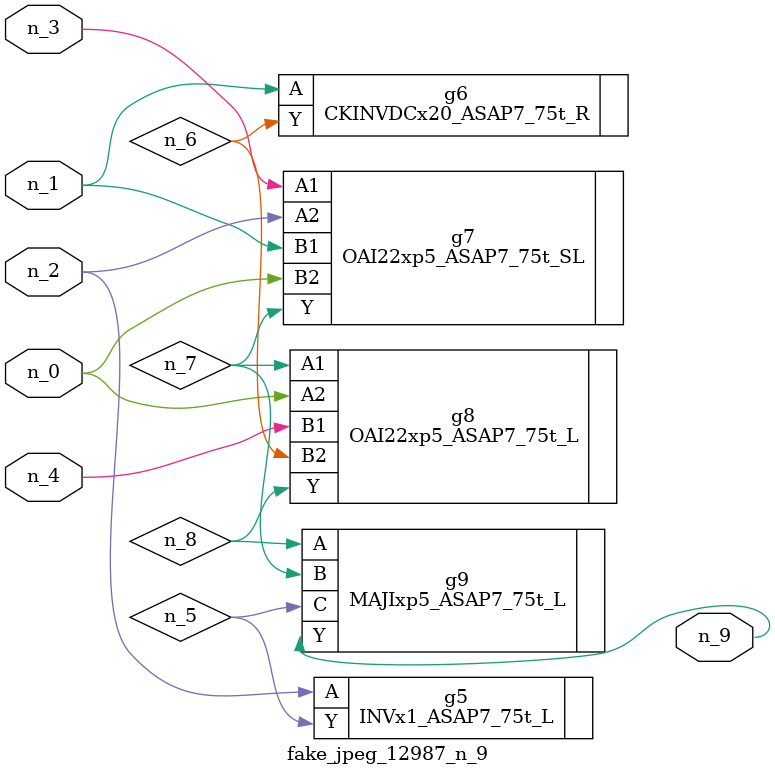
<source format=v>
module fake_jpeg_12987_n_9 (n_3, n_2, n_1, n_0, n_4, n_9);

input n_3;
input n_2;
input n_1;
input n_0;
input n_4;

output n_9;

wire n_8;
wire n_6;
wire n_5;
wire n_7;

INVx1_ASAP7_75t_L g5 ( 
.A(n_2),
.Y(n_5)
);

CKINVDCx20_ASAP7_75t_R g6 ( 
.A(n_1),
.Y(n_6)
);

OAI22xp5_ASAP7_75t_SL g7 ( 
.A1(n_3),
.A2(n_2),
.B1(n_1),
.B2(n_0),
.Y(n_7)
);

OAI22xp5_ASAP7_75t_L g8 ( 
.A1(n_7),
.A2(n_0),
.B1(n_4),
.B2(n_6),
.Y(n_8)
);

MAJIxp5_ASAP7_75t_L g9 ( 
.A(n_8),
.B(n_7),
.C(n_5),
.Y(n_9)
);


endmodule
</source>
